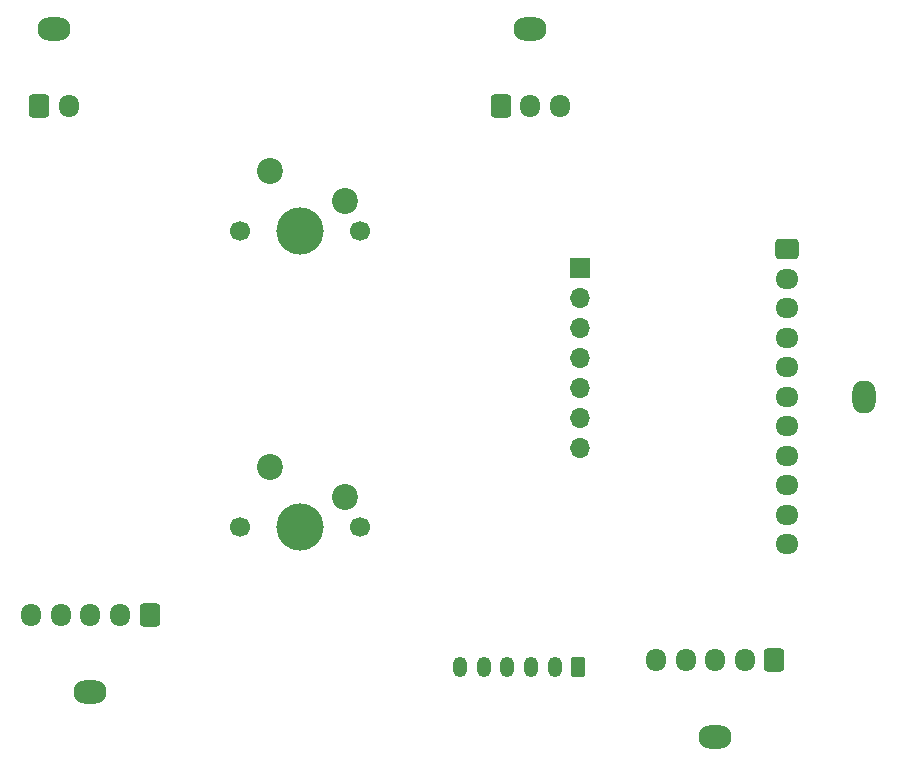
<source format=gbr>
%TF.GenerationSoftware,KiCad,Pcbnew,8.0.4-8.0.4-0~ubuntu22.04.1*%
%TF.CreationDate,2024-08-24T11:38:03-03:00*%
%TF.ProjectId,Antares-Transmitter,416e7461-7265-4732-9d54-72616e736d69,1.0.0*%
%TF.SameCoordinates,Original*%
%TF.FileFunction,Soldermask,Bot*%
%TF.FilePolarity,Negative*%
%FSLAX46Y46*%
G04 Gerber Fmt 4.6, Leading zero omitted, Abs format (unit mm)*
G04 Created by KiCad (PCBNEW 8.0.4-8.0.4-0~ubuntu22.04.1) date 2024-08-24 11:38:03*
%MOMM*%
%LPD*%
G01*
G04 APERTURE LIST*
G04 Aperture macros list*
%AMRoundRect*
0 Rectangle with rounded corners*
0 $1 Rounding radius*
0 $2 $3 $4 $5 $6 $7 $8 $9 X,Y pos of 4 corners*
0 Add a 4 corners polygon primitive as box body*
4,1,4,$2,$3,$4,$5,$6,$7,$8,$9,$2,$3,0*
0 Add four circle primitives for the rounded corners*
1,1,$1+$1,$2,$3*
1,1,$1+$1,$4,$5*
1,1,$1+$1,$6,$7*
1,1,$1+$1,$8,$9*
0 Add four rect primitives between the rounded corners*
20,1,$1+$1,$2,$3,$4,$5,0*
20,1,$1+$1,$4,$5,$6,$7,0*
20,1,$1+$1,$6,$7,$8,$9,0*
20,1,$1+$1,$8,$9,$2,$3,0*%
G04 Aperture macros list end*
%ADD10R,1.700000X1.700000*%
%ADD11O,1.700000X1.700000*%
%ADD12O,2.000000X2.800000*%
%ADD13RoundRect,0.250000X-0.725000X0.600000X-0.725000X-0.600000X0.725000X-0.600000X0.725000X0.600000X0*%
%ADD14O,1.950000X1.700000*%
%ADD15O,2.800000X2.000000*%
%ADD16RoundRect,0.250000X0.600000X0.725000X-0.600000X0.725000X-0.600000X-0.725000X0.600000X-0.725000X0*%
%ADD17O,1.700000X1.950000*%
%ADD18RoundRect,0.250000X-0.600000X-0.725000X0.600000X-0.725000X0.600000X0.725000X-0.600000X0.725000X0*%
%ADD19RoundRect,0.250000X0.350000X0.625000X-0.350000X0.625000X-0.350000X-0.625000X0.350000X-0.625000X0*%
%ADD20O,1.200000X1.750000*%
%ADD21C,2.200000*%
%ADD22C,1.700000*%
%ADD23C,4.000000*%
G04 APERTURE END LIST*
D10*
%TO.C,J1001*%
X150925000Y-110630000D03*
D11*
X150925000Y-113170000D03*
X150925000Y-115710000D03*
X150925000Y-118250000D03*
X150925000Y-120790000D03*
X150925000Y-123330000D03*
X150925000Y-125870000D03*
%TD*%
D12*
%TO.C,J401*%
X175000000Y-121500000D03*
D13*
X168500000Y-109000000D03*
D14*
X168500000Y-111500000D03*
X168500000Y-114000000D03*
X168500000Y-116500000D03*
X168500000Y-119000000D03*
X168500000Y-121500000D03*
X168500000Y-124000000D03*
X168500000Y-126500000D03*
X168500000Y-129000001D03*
X168500000Y-131500001D03*
X168500000Y-134000001D03*
%TD*%
D15*
%TO.C,J601*%
X109500000Y-146500000D03*
D16*
X114500000Y-140000000D03*
D17*
X112000000Y-140000000D03*
X109500000Y-140000000D03*
X107000000Y-140000000D03*
X104500000Y-140000000D03*
%TD*%
D15*
%TO.C,J501*%
X146750000Y-90400000D03*
D18*
X144250000Y-96900000D03*
D17*
X146750000Y-96900000D03*
X149250000Y-96900000D03*
%TD*%
D19*
%TO.C,J602*%
X150800000Y-144400000D03*
D20*
X148800000Y-144400000D03*
X146800000Y-144400000D03*
X144800000Y-144400000D03*
X142800000Y-144400000D03*
X140800000Y-144400000D03*
%TD*%
D21*
%TO.C,SW702*%
X131060000Y-129960000D03*
X124710000Y-127420000D03*
D22*
X122170000Y-132500000D03*
D23*
X127250000Y-132500000D03*
D22*
X132330000Y-132500000D03*
%TD*%
%TO.C,SW701*%
X132330000Y-107500000D03*
D23*
X127250000Y-107500000D03*
D22*
X122170000Y-107500000D03*
D21*
X124710000Y-102420000D03*
X131060000Y-104960000D03*
%TD*%
D15*
%TO.C,J901*%
X162400000Y-150300000D03*
D16*
X167400000Y-143800000D03*
D17*
X164900000Y-143800000D03*
X162400000Y-143800000D03*
X159900000Y-143800000D03*
X157400000Y-143800000D03*
%TD*%
D15*
%TO.C,J1101*%
X106400000Y-90399999D03*
D18*
X105150000Y-96900000D03*
D17*
X107650000Y-96900000D03*
%TD*%
M02*

</source>
